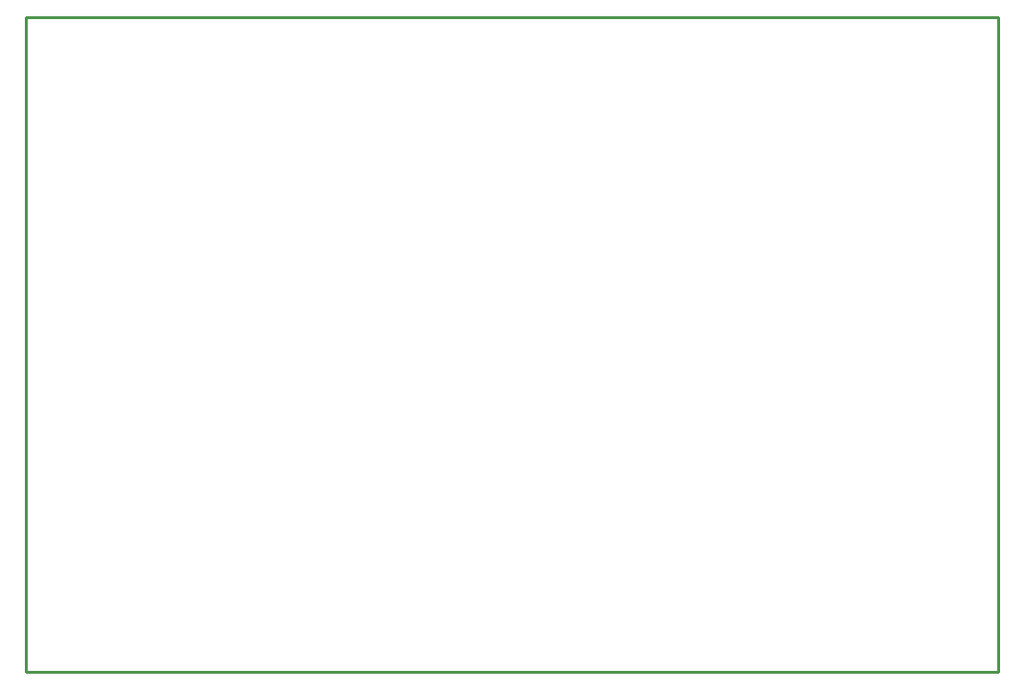
<source format=gbr>
G04 EAGLE Gerber RS-274X export*
G75*
%MOMM*%
%FSLAX34Y34*%
%LPD*%
%IN*%
%IPPOS*%
%AMOC8*
5,1,8,0,0,1.08239X$1,22.5*%
G01*
G04 Define Apertures*
%ADD10C,0.254000*%
D10*
X0Y0D02*
X860000Y0D01*
X860000Y580000D01*
X0Y580000D01*
X0Y0D01*
M02*

</source>
